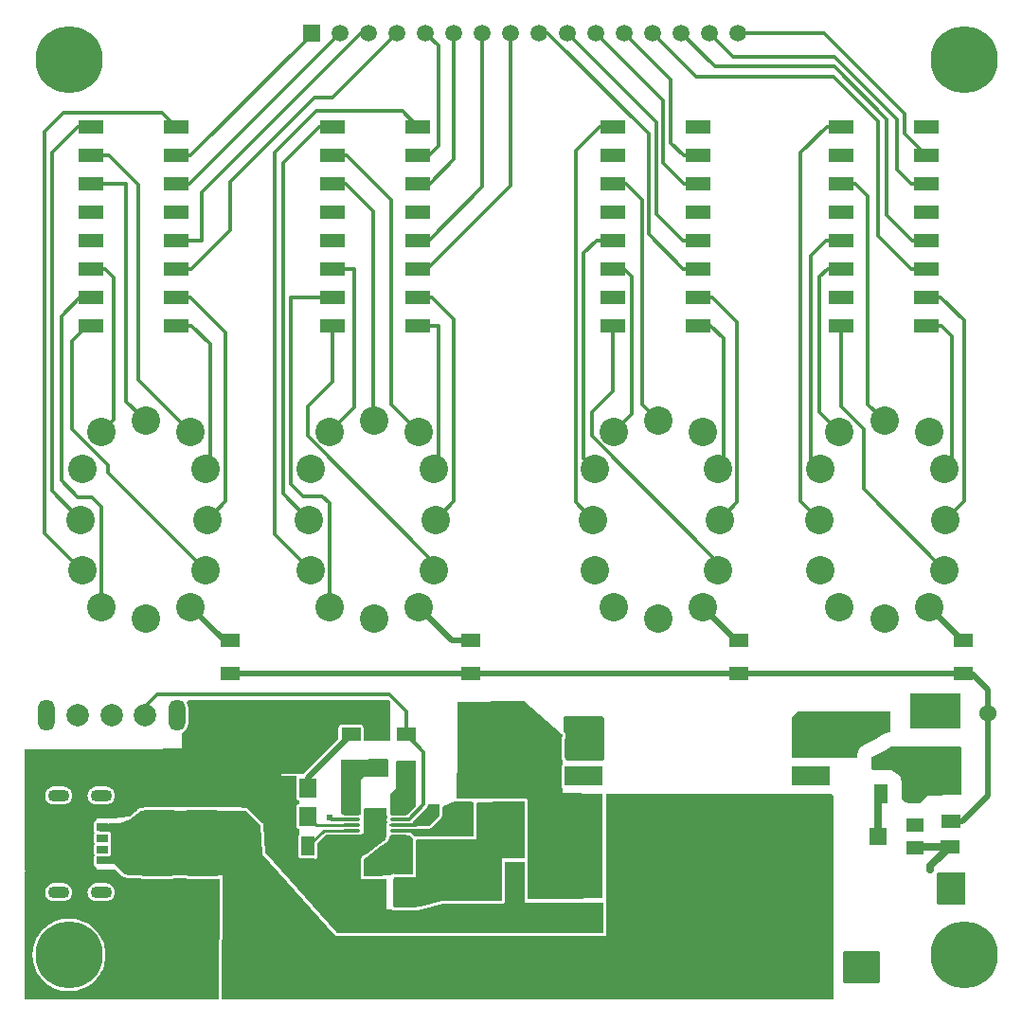
<source format=gtl>
G04 Layer: TopLayer*
G04 EasyEDA v6.5.34, 2023-09-21 21:59:44*
G04 1037e3338c1a49738aad6bad4f376bef,8e72fd04a6c14d66a7e837eb9aaabff2,10*
G04 Gerber Generator version 0.2*
G04 Scale: 100 percent, Rotated: No, Reflected: No *
G04 Dimensions in millimeters *
G04 leading zeros omitted , absolute positions ,4 integer and 5 decimal *
%FSLAX45Y45*%
%MOMM*%

%AMMACRO1*21,1,$1,$2,0,0,$3*%
%ADD10C,0.5000*%
%ADD11C,0.7000*%
%ADD12C,0.3000*%
%ADD13C,0.2540*%
%ADD14MACRO1,1.728X1.485X90.0000*%
%ADD15MACRO1,1.728X1.485X0.0000*%
%ADD16R,1.7280X1.4850*%
%ADD17MACRO1,1.728X1.485X-90.0000*%
%ADD18R,1.7201X1.1199*%
%ADD19R,3.4300X1.7900*%
%ADD20R,6.0000X6.5000*%
%ADD21R,1.6000X3.0000*%
%ADD22MACRO1,1.6002X3.0023X0.0000*%
%ADD23MACRO1,1.701X1.2075X0.0000*%
%ADD24R,1.7010X1.2075*%
%ADD25MACRO1,1.701X1.2075X90.0000*%
%ADD26R,1.6000X1.6000*%
%ADD27R,1.5000X1.1999*%
%ADD28O,1.620012X0.2800096*%
%ADD29R,1.8300X2.1000*%
%ADD30R,1.6000X3.5000*%
%ADD31MACRO1,2.7X1.635X0.0000*%
%ADD32R,2.7000X1.6350*%
%ADD33R,1.0000X0.8000*%
%ADD34R,1.0000X0.7000*%
%ADD35C,1.5240*%
%ADD36C,2.5400*%
%ADD37O,1.499997X2.7999944*%
%ADD38C,2.0000*%
%ADD39R,1.4999X1.4999*%
%ADD40C,1.4999*%
%ADD41R,2.1819X1.2116*%
%ADD42O,1.8999962X1.0999978000000001*%
%ADD43C,6.0000*%
%ADD44C,0.6100*%
%ADD45C,0.6200*%
%ADD46C,0.0137*%

%LPD*%
G36*
X7530134Y2020011D02*
G01*
X7526223Y2020773D01*
X7522921Y2022957D01*
X7520736Y2026259D01*
X7519974Y2030171D01*
X7519974Y2329840D01*
X7520736Y2333701D01*
X7522921Y2337003D01*
X7526223Y2339238D01*
X7530134Y2340000D01*
X7959801Y2340000D01*
X7963662Y2339238D01*
X7966964Y2337003D01*
X7969199Y2333701D01*
X7969961Y2329840D01*
X7969961Y2030171D01*
X7969199Y2026259D01*
X7966964Y2022957D01*
X7963662Y2020773D01*
X7959801Y2020011D01*
G37*

%LPD*%
G36*
X6470142Y1760016D02*
G01*
X6466230Y1760778D01*
X6462928Y1762963D01*
X6460744Y1766265D01*
X6459982Y1770176D01*
X6459982Y2115769D01*
X6460744Y2119680D01*
X6462928Y2122982D01*
X6516979Y2177034D01*
X6520281Y2179218D01*
X6524193Y2179980D01*
X7329779Y2179980D01*
X7333691Y2179218D01*
X7336993Y2177034D01*
X7339177Y2173732D01*
X7339939Y2169820D01*
X7339939Y1997049D01*
X7339228Y1993290D01*
X7337196Y1990089D01*
X7334097Y1987854D01*
X7330389Y1986889D01*
X7325055Y1986584D01*
X7309866Y1983892D01*
X7295184Y1979371D01*
X7281062Y1973072D01*
X7269022Y1965960D01*
X7215936Y1930654D01*
X7129576Y1888947D01*
X7124039Y1887067D01*
X7109968Y1880768D01*
X7096810Y1872792D01*
X7084669Y1863293D01*
X7073798Y1852422D01*
X7064298Y1840280D01*
X7056323Y1827123D01*
X7050024Y1813102D01*
X7045452Y1798370D01*
X7042658Y1783232D01*
X7041845Y1769567D01*
X7040880Y1765858D01*
X7038644Y1762760D01*
X7035444Y1760728D01*
X7031685Y1760016D01*
G37*

%LPD*%
G36*
X4446016Y1740001D02*
G01*
X4442155Y1740763D01*
X4438853Y1742948D01*
X4436668Y1746250D01*
X4435856Y1750161D01*
X4435856Y1969516D01*
X4435398Y1974748D01*
X4433620Y1980387D01*
X4430725Y1985365D01*
X4426407Y1990039D01*
X4423511Y1992528D01*
X4420870Y1995982D01*
X4419955Y2000199D01*
X4419955Y2119833D01*
X4420717Y2123744D01*
X4422952Y2126996D01*
X4426254Y2129231D01*
X4430115Y2129993D01*
X4769815Y2129993D01*
X4773676Y2129231D01*
X4776978Y2126996D01*
X4779213Y2123744D01*
X4779975Y2119833D01*
X4779975Y1750161D01*
X4779213Y1746250D01*
X4776978Y1742948D01*
X4773676Y1740763D01*
X4769815Y1740001D01*
G37*

%LPD*%
G36*
X7479436Y1359357D02*
G01*
X7475575Y1360170D01*
X7472273Y1362354D01*
X7448245Y1386382D01*
X7446009Y1389684D01*
X7445248Y1393596D01*
X7445248Y1524101D01*
X7444282Y1539798D01*
X7441539Y1554937D01*
X7436967Y1569618D01*
X7430617Y1583690D01*
X7422642Y1596847D01*
X7413142Y1608988D01*
X7402271Y1619859D01*
X7390180Y1629359D01*
X7376972Y1637334D01*
X7362952Y1643634D01*
X7348270Y1648206D01*
X7333081Y1651000D01*
X7317435Y1651965D01*
X7197293Y1651965D01*
X7188098Y1651406D01*
X7183881Y1652016D01*
X7180275Y1654352D01*
X7178192Y1656384D01*
X7176008Y1659686D01*
X7175246Y1663598D01*
X7175246Y1763014D01*
X7175957Y1766722D01*
X7177938Y1769922D01*
X7180986Y1772157D01*
X7280249Y1820214D01*
X7337399Y1858264D01*
X7340092Y1859534D01*
X7343038Y1859991D01*
X7515250Y1859381D01*
X7961020Y1859381D01*
X7964931Y1858619D01*
X7968234Y1856384D01*
X7972247Y1852371D01*
X7974482Y1849069D01*
X7975244Y1845157D01*
X7975244Y1439519D01*
X7974482Y1435658D01*
X7972247Y1432356D01*
X7968945Y1430172D01*
X7965084Y1429359D01*
X7806232Y1429359D01*
X7804505Y1428699D01*
X7798206Y1422349D01*
X7794904Y1420164D01*
X7791043Y1419402D01*
X7676235Y1419402D01*
X7674508Y1418691D01*
X7618222Y1362354D01*
X7614920Y1360170D01*
X7611008Y1359357D01*
G37*

%LPD*%
G36*
X2877769Y1251153D02*
G01*
X2873552Y1251610D01*
X2869946Y1253744D01*
X2867456Y1257147D01*
X2866593Y1261262D01*
X2866593Y1427734D01*
X2867355Y1431645D01*
X2869590Y1434947D01*
X2916682Y1482039D01*
X2917393Y1483766D01*
X2917393Y1717192D01*
X2918155Y1721053D01*
X2920390Y1724355D01*
X2926486Y1730451D01*
X2929737Y1732635D01*
X2933598Y1733448D01*
X3088335Y1734057D01*
X3092246Y1733296D01*
X3095548Y1731060D01*
X3097784Y1727758D01*
X3098546Y1723898D01*
X3098546Y1337310D01*
X3097834Y1333601D01*
X3095802Y1330401D01*
X3027172Y1256741D01*
X3023870Y1254404D01*
X3019907Y1253540D01*
X2946857Y1252423D01*
X2937611Y1251407D01*
X2880461Y1251407D01*
G37*

%LPD*%
G36*
X3048965Y1152398D02*
G01*
X3044698Y1153312D01*
X3041243Y1155954D01*
X3039160Y1159814D01*
X3038906Y1164183D01*
X3040532Y1168247D01*
X3043682Y1171244D01*
X3047796Y1172667D01*
X3050895Y1173022D01*
X3058617Y1175512D01*
X3065475Y1179322D01*
X3072587Y1185468D01*
X3199536Y1321714D01*
X3204718Y1328521D01*
X3208223Y1335684D01*
X3210052Y1342440D01*
X3212033Y1346352D01*
X3215538Y1349044D01*
X3219856Y1350010D01*
X3299815Y1350010D01*
X3303676Y1349248D01*
X3306978Y1347012D01*
X3309213Y1343710D01*
X3309975Y1339850D01*
X3309975Y1254150D01*
X3309213Y1250289D01*
X3307029Y1247038D01*
X3216859Y1155446D01*
X3213557Y1153210D01*
X3209645Y1152398D01*
G37*

%LPD*%
G36*
X2873095Y1150670D02*
G01*
X2868828Y1151178D01*
X2865170Y1153363D01*
X2862681Y1156868D01*
X2861970Y1162507D01*
X2862935Y1166520D01*
X2865374Y1169822D01*
X2868980Y1171854D01*
X2873095Y1172311D01*
X2880258Y1171600D01*
X2884322Y1170330D01*
X2887472Y1167485D01*
X2889199Y1163624D01*
X2889199Y1159357D01*
X2887472Y1155496D01*
X2884322Y1152702D01*
X2880258Y1151382D01*
G37*

%LPD*%
G36*
X3096564Y1055471D02*
G01*
X3093516Y1055573D01*
X3090672Y1056589D01*
X3088233Y1058367D01*
X3058515Y1088136D01*
X3053740Y1091895D01*
X3048508Y1094435D01*
X3043021Y1095705D01*
X3036011Y1095908D01*
X3031540Y1097076D01*
X3027019Y1100582D01*
X3025190Y1104544D01*
X3025241Y1108913D01*
X3027070Y1112875D01*
X3030423Y1115720D01*
X3034639Y1116838D01*
X3213303Y1125169D01*
X3218180Y1125829D01*
X3223768Y1127760D01*
X3228898Y1131011D01*
X3231235Y1133094D01*
X3328263Y1231646D01*
X3332022Y1236421D01*
X3334461Y1241653D01*
X3335731Y1247343D01*
X3335883Y1250238D01*
X3335883Y1316736D01*
X3336645Y1320647D01*
X3338880Y1323949D01*
X3342182Y1326184D01*
X3448151Y1369263D01*
X3451961Y1369974D01*
X3593998Y1369974D01*
X3598062Y1369161D01*
X3601465Y1366723D01*
X3603599Y1363116D01*
X3604107Y1358646D01*
X3612946Y1066393D01*
X3612286Y1062380D01*
X3610101Y1058976D01*
X3606749Y1056690D01*
X3602786Y1055878D01*
X3100527Y1055878D01*
G37*

%LPD*%
G36*
X2640126Y709980D02*
G01*
X2636215Y710742D01*
X2632964Y712978D01*
X2630728Y716280D01*
X2629966Y720140D01*
X2629966Y844550D01*
X2630525Y847801D01*
X2632049Y850747D01*
X2634488Y852982D01*
X2660243Y870203D01*
X2790037Y970026D01*
X2830220Y1000252D01*
X2849321Y1019302D01*
X2850337Y1020927D01*
X2867406Y1063599D01*
X2869590Y1066952D01*
X2872892Y1069187D01*
X2876854Y1070000D01*
X3035757Y1070000D01*
X3039668Y1069238D01*
X3042970Y1067003D01*
X3071266Y1038707D01*
X3073044Y1036269D01*
X3074060Y1033424D01*
X3074060Y736041D01*
X3073298Y732180D01*
X3071114Y728878D01*
X3067812Y726694D01*
X3063900Y725881D01*
X2900527Y725881D01*
X2894228Y725170D01*
X2888742Y723290D01*
X2883865Y720191D01*
X2879750Y716127D01*
X2876651Y712216D01*
X2873654Y710539D01*
X2870301Y709980D01*
G37*

%LPD*%
G36*
X4110126Y499973D02*
G01*
X4106265Y500786D01*
X4102963Y502970D01*
X4100728Y506272D01*
X4099966Y510133D01*
X4099966Y1388973D01*
X4099255Y1390700D01*
X4090670Y1399286D01*
X4088942Y1399997D01*
X3474161Y1399997D01*
X3470300Y1400759D01*
X3466998Y1402994D01*
X3462934Y1407007D01*
X3460750Y1410309D01*
X3459987Y1414221D01*
X3459987Y1615795D01*
X3460750Y1619656D01*
X3462934Y1622958D01*
X3469284Y1629308D01*
X3469944Y1630984D01*
X3469944Y2249982D01*
X3470706Y2253843D01*
X3472891Y2257145D01*
X3476142Y2259330D01*
X3479952Y2260142D01*
X4056126Y2269947D01*
X4059732Y2269337D01*
X4062882Y2267508D01*
X4406442Y1973021D01*
X4409033Y1969566D01*
X4409948Y1965248D01*
X4409948Y1958644D01*
X4409541Y1955850D01*
X4408373Y1953260D01*
X4404664Y1947418D01*
X4402785Y1941931D01*
X4402074Y1935632D01*
X4402074Y1757781D01*
X4402785Y1751431D01*
X4404664Y1745996D01*
X4408424Y1740103D01*
X4409592Y1737461D01*
X4409948Y1734667D01*
X4409948Y1708657D01*
X4409541Y1705864D01*
X4408373Y1703273D01*
X4404664Y1697380D01*
X4402785Y1691944D01*
X4402074Y1685594D01*
X4402074Y1507744D01*
X4402785Y1501444D01*
X4404664Y1495958D01*
X4408424Y1490065D01*
X4409541Y1487474D01*
X4409948Y1484680D01*
X4409948Y1451000D01*
X4410913Y1449984D01*
X4760112Y1440281D01*
X4763871Y1439418D01*
X4767072Y1437182D01*
X4769205Y1433931D01*
X4769967Y1430121D01*
X4769967Y519887D01*
X4769205Y516026D01*
X4767072Y512775D01*
X4763922Y510590D01*
X4760112Y509727D01*
X4430115Y499973D01*
G37*

%LPD*%
G36*
X7770114Y449986D02*
G01*
X7766253Y450748D01*
X7762951Y452983D01*
X7760716Y456285D01*
X7759953Y460146D01*
X7759953Y729843D01*
X7760716Y733704D01*
X7762951Y737006D01*
X7766253Y739241D01*
X7770114Y740003D01*
X7999780Y740003D01*
X8003692Y739241D01*
X8006994Y737006D01*
X8009178Y733704D01*
X8009940Y729843D01*
X8009940Y460146D01*
X8009178Y456285D01*
X8006994Y452983D01*
X8003692Y450748D01*
X7999780Y449986D01*
G37*

%LPD*%
G36*
X2914192Y420014D02*
G01*
X2910281Y420776D01*
X2906979Y422960D01*
X2902915Y427024D01*
X2900730Y430326D01*
X2899968Y434187D01*
X2899968Y681431D01*
X2900730Y685292D01*
X2902966Y688594D01*
X2906268Y690829D01*
X2910128Y691591D01*
X3074466Y691591D01*
X3080766Y692302D01*
X3086252Y694182D01*
X3092094Y697890D01*
X3095447Y699262D01*
X3099816Y700125D01*
X3099968Y701040D01*
X3100070Y710590D01*
X3100933Y718058D01*
X3100933Y837641D01*
X3099968Y846378D01*
X3099968Y1019810D01*
X3100730Y1023721D01*
X3102965Y1027023D01*
X3106267Y1029208D01*
X3110128Y1029969D01*
X3638905Y1029969D01*
X3639921Y1030986D01*
X3639210Y1054963D01*
X3639769Y1058621D01*
X3641344Y1063142D01*
X3642055Y1069441D01*
X3642055Y1350568D01*
X3642817Y1354378D01*
X3644900Y1357630D01*
X3648100Y1359865D01*
X3651859Y1360728D01*
X3919778Y1369974D01*
X4059783Y1369974D01*
X4063695Y1369212D01*
X4066997Y1367028D01*
X4069181Y1363726D01*
X4069943Y1359814D01*
X4069994Y870305D01*
X4069079Y866190D01*
X4066590Y862736D01*
X4062882Y860653D01*
X4058665Y860247D01*
X4052773Y860907D01*
X3893921Y860907D01*
X3885336Y859993D01*
X3870960Y859993D01*
X3869994Y858977D01*
X3869994Y847699D01*
X3869385Y844346D01*
X3868165Y840740D01*
X3867454Y834440D01*
X3867454Y490169D01*
X3866642Y486257D01*
X3864457Y482955D01*
X3861155Y480771D01*
X3857294Y480009D01*
X3340608Y480009D01*
X3339388Y479856D01*
X3139440Y429920D01*
X3069234Y420014D01*
G37*

%LPD*%
G36*
X6930136Y-249986D02*
G01*
X6926224Y-249224D01*
X6922922Y-247040D01*
X6920738Y-243738D01*
X6919975Y-239826D01*
X6919975Y19862D01*
X6920738Y23723D01*
X6922922Y27025D01*
X6926224Y29209D01*
X6930136Y30022D01*
X7239812Y30022D01*
X7243673Y29209D01*
X7246975Y27025D01*
X7249210Y23723D01*
X7249972Y19862D01*
X7249972Y-235813D01*
X7249210Y-239674D01*
X7246975Y-242976D01*
X7242911Y-247040D01*
X7239660Y-249224D01*
X7235748Y-249986D01*
G37*

%LPD*%
G36*
X1370228Y-399999D02*
G01*
X1366316Y-399237D01*
X1363014Y-397002D01*
X1360830Y-393649D01*
X1360068Y-389737D01*
X1369974Y649935D01*
X1369974Y709015D01*
X1369263Y710641D01*
X528878Y710641D01*
X525018Y711403D01*
X521716Y713587D01*
X515416Y719886D01*
X513689Y720598D01*
X498906Y720598D01*
X494995Y721410D01*
X491693Y723595D01*
X405384Y809904D01*
X403707Y810615D01*
X287883Y810158D01*
X283972Y810920D01*
X280670Y813104D01*
X278434Y816406D01*
X277672Y820318D01*
X277672Y869848D01*
X278434Y873709D01*
X280670Y877011D01*
X283921Y879195D01*
X287832Y880008D01*
X348996Y880008D01*
X353822Y882446D01*
X359867Y884529D01*
X364744Y887628D01*
X368858Y891743D01*
X371957Y896619D01*
X373837Y902106D01*
X374548Y908405D01*
X374548Y977239D01*
X373837Y983589D01*
X371805Y989482D01*
X371195Y992835D01*
X371805Y996187D01*
X373837Y1002080D01*
X374548Y1008380D01*
X374548Y1077264D01*
X373837Y1083564D01*
X371957Y1089050D01*
X368858Y1093927D01*
X364744Y1098042D01*
X359867Y1101140D01*
X354380Y1103020D01*
X348081Y1103731D01*
X299872Y1103833D01*
X253593Y1109522D01*
X250088Y1110589D01*
X247243Y1112875D01*
X245364Y1116025D01*
X244703Y1119581D01*
X244703Y1160932D01*
X245414Y1164691D01*
X247497Y1167942D01*
X250647Y1170178D01*
X254355Y1171092D01*
X453999Y1180592D01*
X455371Y1180846D01*
X543814Y1210310D01*
X545388Y1211173D01*
X641908Y1288389D01*
X644906Y1290066D01*
X648258Y1290624D01*
X1534515Y1290624D01*
X1537665Y1290015D01*
X1575765Y1290015D01*
X1579626Y1289202D01*
X1582928Y1287018D01*
X1707337Y1162659D01*
X1709369Y1159713D01*
X1710283Y1156258D01*
X1729892Y900988D01*
X1730400Y899515D01*
X2379218Y170840D01*
X2380996Y169976D01*
X4798974Y169976D01*
X4799990Y170992D01*
X4799990Y1429816D01*
X4800752Y1433728D01*
X4802936Y1437030D01*
X4806238Y1439214D01*
X4810150Y1439976D01*
X6805777Y1439976D01*
X6809638Y1439214D01*
X6812940Y1437030D01*
X6826961Y1422958D01*
X6829196Y1419656D01*
X6829958Y1415796D01*
X6829958Y-389839D01*
X6829196Y-393750D01*
X6827012Y-397052D01*
X6823709Y-399237D01*
X6819798Y-399999D01*
G37*

%LPD*%
G36*
X-389839Y-399999D02*
G01*
X-393750Y-399237D01*
X-397052Y-397052D01*
X-399237Y-393750D01*
X-399999Y-389839D01*
X-399999Y740003D01*
X-399237Y743864D01*
X-397103Y747115D01*
X-393852Y749350D01*
X-389686Y750163D01*
X-393649Y750874D01*
X-397002Y753059D01*
X-399237Y756412D01*
X-399999Y760323D01*
X-399999Y1829816D01*
X-399237Y1833727D01*
X-397052Y1837029D01*
X-393750Y1839214D01*
X-389839Y1839975D01*
X669950Y1839975D01*
X1010005Y1842770D01*
X1010005Y1978609D01*
X1010513Y1981911D01*
X1012088Y1984806D01*
X1014526Y1987092D01*
X1026414Y1994966D01*
X1036319Y2003653D01*
X1045006Y2013559D01*
X1052322Y2024532D01*
X1058164Y2036368D01*
X1062431Y2048865D01*
X1064971Y2061819D01*
X1065885Y2075332D01*
X1065885Y2204669D01*
X1064971Y2218182D01*
X1062431Y2231085D01*
X1058164Y2243582D01*
X1053287Y2253538D01*
X1052220Y2257602D01*
X1052931Y2261717D01*
X1055217Y2265222D01*
X1067003Y2277008D01*
X1070305Y2279192D01*
X1074166Y2280005D01*
X2848051Y2280005D01*
X2851912Y2279192D01*
X2855214Y2277008D01*
X2866999Y2265222D01*
X2869184Y2261920D01*
X2869996Y2258060D01*
X2869996Y1920138D01*
X2869184Y1916277D01*
X2866999Y1912975D01*
X2863697Y1910740D01*
X2859836Y1909978D01*
X2641193Y1909978D01*
X2637332Y1910740D01*
X2634030Y1912975D01*
X2631795Y1916277D01*
X2631033Y1920138D01*
X2631033Y2029561D01*
X2630322Y2035911D01*
X2628442Y2041347D01*
X2625344Y2046274D01*
X2621229Y2050338D01*
X2616352Y2053437D01*
X2610866Y2055368D01*
X2604566Y2056079D01*
X2435606Y2056079D01*
X2429306Y2055368D01*
X2423820Y2053437D01*
X2418943Y2050338D01*
X2414828Y2046274D01*
X2411730Y2041347D01*
X2409850Y2035911D01*
X2409139Y2029561D01*
X2409139Y1935022D01*
X2408377Y1931111D01*
X2406142Y1927809D01*
X2101291Y1622958D01*
X2097989Y1620774D01*
X2094128Y1620012D01*
X1899970Y1620012D01*
X1899970Y1599996D01*
X2025091Y1599996D01*
X2028901Y1599285D01*
X2032152Y1597152D01*
X2034387Y1594053D01*
X2035251Y1590294D01*
X2034692Y1586484D01*
X2033778Y1583842D01*
X2033066Y1577543D01*
X2033066Y1405890D01*
X2033778Y1399540D01*
X2035708Y1394104D01*
X2038756Y1389176D01*
X2042871Y1385112D01*
X2047748Y1382014D01*
X2053183Y1380134D01*
X2056739Y1378000D01*
X2059127Y1374597D01*
X2059990Y1370533D01*
X2059990Y1358849D01*
X2059127Y1354785D01*
X2056739Y1351432D01*
X2053183Y1349298D01*
X2047748Y1347368D01*
X2042871Y1344320D01*
X2038756Y1340205D01*
X2035708Y1335328D01*
X2033778Y1329842D01*
X2033066Y1323543D01*
X2033066Y1151890D01*
X2033778Y1145540D01*
X2035708Y1140104D01*
X2038756Y1135176D01*
X2042871Y1131112D01*
X2047748Y1128014D01*
X2053183Y1126134D01*
X2056739Y1124000D01*
X2059127Y1120597D01*
X2059990Y1116533D01*
X2059990Y1082395D01*
X2059228Y1078484D01*
X2056993Y1075182D01*
X2053996Y1072184D01*
X2050897Y1067257D01*
X2048967Y1061821D01*
X2048256Y1055471D01*
X2048256Y886510D01*
X2048967Y880211D01*
X2050897Y874725D01*
X2053996Y869848D01*
X2058060Y865733D01*
X2062988Y862685D01*
X2068423Y860755D01*
X2074773Y860044D01*
X2197506Y859942D01*
X2200402Y858926D01*
X2202840Y857148D01*
X2209850Y850341D01*
X2210003Y860450D01*
X2210765Y864362D01*
X2212949Y867664D01*
X2215134Y869848D01*
X2218232Y874725D01*
X2220112Y880211D01*
X2220823Y886510D01*
X2220823Y996645D01*
X2221636Y1000556D01*
X2223820Y1003858D01*
X2289911Y1069898D01*
X2293162Y1072083D01*
X2297074Y1072896D01*
X2447137Y1072896D01*
X2450185Y1072388D01*
X2458466Y1071575D01*
X2591460Y1071575D01*
X2599740Y1072388D01*
X2607259Y1074674D01*
X2614930Y1078788D01*
X2617266Y1079703D01*
X2619705Y1080008D01*
X2629001Y1080008D01*
X2629966Y1080973D01*
X2629966Y1098600D01*
X2631084Y1103731D01*
X2631846Y1111504D01*
X2631084Y1119276D01*
X2629966Y1124407D01*
X2629966Y1148588D01*
X2631084Y1153718D01*
X2631846Y1161491D01*
X2631084Y1169263D01*
X2629966Y1174394D01*
X2629966Y1198575D01*
X2631084Y1203706D01*
X2631846Y1211478D01*
X2631084Y1219301D01*
X2629966Y1224432D01*
X2629966Y1232611D01*
X2630373Y1235405D01*
X2632252Y1239215D01*
X2634183Y1244650D01*
X2634894Y1250950D01*
X2634894Y1299819D01*
X2635656Y1303731D01*
X2637891Y1307033D01*
X2641142Y1309217D01*
X2645054Y1309979D01*
X2830525Y1309979D01*
X2834436Y1309217D01*
X2837738Y1307033D01*
X2839923Y1303731D01*
X2840685Y1299819D01*
X2840685Y1267764D01*
X2840126Y1261516D01*
X2840685Y1255572D01*
X2840888Y1249121D01*
X2842158Y1243584D01*
X2844393Y1238910D01*
X2845511Y1235710D01*
X2845511Y1232357D01*
X2844444Y1229207D01*
X2843174Y1226769D01*
X2840888Y1219301D01*
X2840126Y1211478D01*
X2840888Y1203706D01*
X2843377Y1195578D01*
X2843733Y1191717D01*
X2841955Y1186586D01*
X2837992Y1176426D01*
X2836468Y1170533D01*
X2836164Y1167231D01*
X2835808Y1150416D01*
X2836722Y1145082D01*
X2836824Y1142542D01*
X2836265Y1140053D01*
X2834792Y1135735D01*
X2834081Y1129436D01*
X2834081Y1090574D01*
X2834792Y1084224D01*
X2836672Y1078788D01*
X2839262Y1074674D01*
X2840583Y1071575D01*
X2840736Y1067765D01*
X2840075Y1065022D01*
X2828645Y1036472D01*
X2826410Y1033068D01*
X2812389Y1019200D01*
X2774137Y990498D01*
X2667203Y908303D01*
X2620822Y880516D01*
X2619959Y879246D01*
X2618994Y875995D01*
X2617012Y873252D01*
X2609748Y866089D01*
X2606700Y861212D01*
X2604770Y855726D01*
X2604058Y849426D01*
X2604058Y710539D01*
X2604770Y704240D01*
X2606700Y698754D01*
X2611729Y691032D01*
X2612644Y687730D01*
X2612339Y684276D01*
X2610307Y680110D01*
X2626664Y679907D01*
X2634132Y679094D01*
X2805785Y679094D01*
X2814421Y680008D01*
X2825750Y680008D01*
X2829661Y679196D01*
X2832963Y677011D01*
X2836976Y672947D01*
X2839212Y669696D01*
X2839974Y665784D01*
X2839974Y410972D01*
X2840888Y409956D01*
X2877820Y408635D01*
X2881528Y407822D01*
X2884678Y405688D01*
X2888792Y401523D01*
X2893771Y398373D01*
X2901238Y395579D01*
X2907080Y394258D01*
X2910230Y394106D01*
X3069590Y394106D01*
X3074009Y394411D01*
X3113633Y400050D01*
X3120745Y400202D01*
X3127197Y401980D01*
X3143402Y404317D01*
X3146501Y404926D01*
X3341928Y453796D01*
X3344418Y454101D01*
X3869385Y454101D01*
X3875735Y454812D01*
X3881170Y456692D01*
X3886098Y459790D01*
X3890162Y463905D01*
X3893261Y468782D01*
X3895191Y474218D01*
X3895902Y480568D01*
X3895902Y823925D01*
X3896664Y827836D01*
X3898849Y831087D01*
X3902151Y833323D01*
X3906062Y834085D01*
X4059834Y834085D01*
X4063695Y833323D01*
X4066997Y831087D01*
X4069181Y827836D01*
X4069994Y823925D01*
X4069994Y471017D01*
X4070959Y470001D01*
X4763922Y470001D01*
X4767783Y469239D01*
X4771085Y467004D01*
X4773269Y463702D01*
X4774082Y459841D01*
X4774082Y206044D01*
X4773269Y202184D01*
X4771085Y198882D01*
X4767783Y196697D01*
X4763922Y195884D01*
X2396134Y195884D01*
X2392019Y196799D01*
X2388565Y199288D01*
X1757425Y908151D01*
X1755648Y910894D01*
X1754886Y914095D01*
X1735836Y1161440D01*
X1734667Y1167688D01*
X1732381Y1172870D01*
X1727809Y1178763D01*
X1598472Y1308100D01*
X1593748Y1311910D01*
X1588516Y1314450D01*
X1582877Y1315720D01*
X1579676Y1315923D01*
X1550162Y1315923D01*
X1547317Y1316177D01*
X1544574Y1316888D01*
X1539290Y1319987D01*
X699465Y1319885D01*
X686155Y1317244D01*
X684174Y1317040D01*
X666496Y1317040D01*
X661314Y1316532D01*
X645261Y1316532D01*
X638911Y1315821D01*
X633476Y1313891D01*
X628091Y1310538D01*
X618947Y1303172D01*
X615035Y1301242D01*
X611327Y1300327D01*
X608990Y1299006D01*
X589686Y1279804D01*
X540156Y1240129D01*
X537768Y1238758D01*
X535127Y1237996D01*
X400659Y1220063D01*
X251002Y1220012D01*
X249986Y1218996D01*
X249986Y1212697D01*
X249123Y1208633D01*
X246735Y1205280D01*
X243179Y1203147D01*
X237439Y1201115D01*
X232562Y1198016D01*
X228447Y1193952D01*
X225348Y1189024D01*
X224028Y1186027D01*
X221386Y1181811D01*
X219506Y1176375D01*
X218795Y1170025D01*
X218795Y1110894D01*
X219456Y1104798D01*
X221284Y1099515D01*
X223723Y1095400D01*
X225145Y1091234D01*
X224586Y1086866D01*
X223469Y1083564D01*
X222758Y1077264D01*
X222758Y1008380D01*
X223469Y1002080D01*
X225501Y996187D01*
X226110Y992835D01*
X225501Y989482D01*
X223469Y983589D01*
X222758Y977239D01*
X222758Y908405D01*
X223469Y902106D01*
X225247Y896975D01*
X225806Y893571D01*
X225196Y890168D01*
X222758Y883361D01*
X222046Y877112D01*
X222046Y813511D01*
X223418Y802132D01*
X225348Y796594D01*
X228447Y791718D01*
X232562Y787603D01*
X237439Y784555D01*
X243179Y782523D01*
X246735Y780389D01*
X249123Y777036D01*
X249986Y772972D01*
X249986Y769975D01*
X249224Y766165D01*
X247040Y762863D01*
X243840Y760679D01*
X240334Y759917D01*
X414477Y759968D01*
X418338Y759206D01*
X421640Y757021D01*
X476148Y702513D01*
X480923Y698703D01*
X486156Y696163D01*
X491642Y694893D01*
X500126Y694690D01*
X503682Y693978D01*
X506780Y691997D01*
X510895Y688695D01*
X516128Y686155D01*
X521766Y684885D01*
X524967Y684733D01*
X638098Y684733D01*
X641451Y684123D01*
X647446Y682040D01*
X653796Y681329D01*
X922629Y681329D01*
X928928Y682040D01*
X934974Y684123D01*
X938326Y684733D01*
X1044498Y684733D01*
X1047851Y684123D01*
X1053846Y682040D01*
X1060196Y681329D01*
X1329029Y681329D01*
X1332788Y681736D01*
X1337005Y681329D01*
X1340662Y679246D01*
X1343202Y675792D01*
X1344066Y671626D01*
X1344066Y650087D01*
X1334160Y-389940D01*
X1333347Y-393801D01*
X1331163Y-397052D01*
X1327861Y-399237D01*
X1324000Y-399999D01*
G37*

%LPC*%
G36*
X6299Y-325831D02*
G01*
X31495Y-324358D01*
X56540Y-320954D01*
X81280Y-315620D01*
X105460Y-308356D01*
X129032Y-299262D01*
X151841Y-288340D01*
X173736Y-275691D01*
X194564Y-261416D01*
X214274Y-245567D01*
X232664Y-228193D01*
X249631Y-209499D01*
X265125Y-189534D01*
X278993Y-168402D01*
X291185Y-146253D01*
X301650Y-123240D01*
X310286Y-99517D01*
X317093Y-75184D01*
X321970Y-50342D01*
X324866Y-25247D01*
X325882Y0D01*
X324866Y25247D01*
X321970Y50342D01*
X317093Y75133D01*
X310286Y99517D01*
X301650Y123240D01*
X291185Y146253D01*
X278993Y168402D01*
X265125Y189484D01*
X249631Y209499D01*
X232664Y228193D01*
X214274Y245516D01*
X194564Y261416D01*
X173736Y275691D01*
X151841Y288340D01*
X129032Y299262D01*
X105460Y308356D01*
X81280Y315569D01*
X56540Y320954D01*
X31495Y324358D01*
X6299Y325831D01*
X-18999Y325323D01*
X-44145Y322884D01*
X-69037Y318516D01*
X-93522Y312216D01*
X-117398Y304038D01*
X-140614Y294030D01*
X-162966Y282244D01*
X-184353Y268732D01*
X-204622Y253644D01*
X-223672Y237032D01*
X-241350Y218998D01*
X-257606Y199644D01*
X-272338Y179070D01*
X-285394Y157429D01*
X-296722Y134874D01*
X-306273Y111455D01*
X-313994Y87376D01*
X-319836Y62788D01*
X-323748Y37846D01*
X-325678Y12649D01*
X-325678Y-12649D01*
X-323748Y-37846D01*
X-319836Y-62788D01*
X-313994Y-87426D01*
X-306273Y-111455D01*
X-296722Y-134874D01*
X-285394Y-157429D01*
X-272338Y-179070D01*
X-257606Y-199644D01*
X-241350Y-218998D01*
X-223672Y-237032D01*
X-204622Y-253695D01*
X-184353Y-268782D01*
X-162966Y-282244D01*
X-140614Y-294030D01*
X-117398Y-304038D01*
X-93522Y-312216D01*
X-69037Y-318516D01*
X-44145Y-322884D01*
X-18999Y-325374D01*
G37*
G36*
X246532Y479907D02*
G01*
X325780Y479907D01*
X337667Y480771D01*
X348945Y483209D01*
X359765Y487273D01*
X369874Y492810D01*
X379120Y499719D01*
X387299Y507847D01*
X394208Y517093D01*
X399745Y527253D01*
X403758Y538073D01*
X406196Y549351D01*
X407060Y560832D01*
X406196Y572363D01*
X403758Y583641D01*
X399745Y594461D01*
X394208Y604570D01*
X387299Y613816D01*
X379120Y621944D01*
X369874Y628904D01*
X359765Y634390D01*
X348945Y638454D01*
X337667Y640892D01*
X325780Y641756D01*
X246532Y641756D01*
X234645Y640892D01*
X223367Y638454D01*
X212547Y634390D01*
X202438Y628904D01*
X193192Y621944D01*
X185013Y613816D01*
X178104Y604570D01*
X172567Y594461D01*
X168554Y583641D01*
X166116Y572363D01*
X165252Y560832D01*
X166116Y549351D01*
X168554Y538073D01*
X172567Y527253D01*
X178104Y517093D01*
X185013Y507847D01*
X193192Y499719D01*
X202438Y492810D01*
X212547Y487273D01*
X223367Y483209D01*
X234645Y480771D01*
G37*
G36*
X-133502Y479907D02*
G01*
X-54203Y479907D01*
X-42316Y480771D01*
X-31038Y483209D01*
X-20269Y487273D01*
X-10109Y492810D01*
X-863Y499719D01*
X7264Y507847D01*
X14173Y517093D01*
X19710Y527253D01*
X23774Y538073D01*
X26212Y549351D01*
X27025Y560832D01*
X26212Y572363D01*
X23774Y583641D01*
X19710Y594461D01*
X14173Y604570D01*
X7264Y613816D01*
X-863Y621944D01*
X-10109Y628904D01*
X-20269Y634390D01*
X-31038Y638454D01*
X-42316Y640892D01*
X-54203Y641756D01*
X-133502Y641756D01*
X-145338Y640892D01*
X-156616Y638454D01*
X-167436Y634390D01*
X-177596Y628904D01*
X-186791Y621944D01*
X-194970Y613816D01*
X-201879Y604570D01*
X-207416Y594461D01*
X-211429Y583641D01*
X-213918Y572363D01*
X-214731Y560832D01*
X-213918Y549351D01*
X-211429Y538073D01*
X-207416Y527253D01*
X-201879Y517093D01*
X-194970Y507847D01*
X-186791Y499719D01*
X-177596Y492810D01*
X-167436Y487273D01*
X-156616Y483209D01*
X-145338Y480771D01*
G37*
G36*
X-133502Y1343914D02*
G01*
X-54203Y1343914D01*
X-42316Y1344777D01*
X-31038Y1347216D01*
X-20269Y1351280D01*
X-10109Y1356766D01*
X-863Y1363726D01*
X7264Y1371854D01*
X14173Y1381099D01*
X19710Y1391208D01*
X23774Y1402029D01*
X26212Y1413306D01*
X27025Y1424838D01*
X26212Y1436319D01*
X23774Y1447596D01*
X19710Y1458417D01*
X14173Y1468577D01*
X7264Y1477822D01*
X-863Y1485950D01*
X-10109Y1492859D01*
X-20269Y1498396D01*
X-31038Y1502460D01*
X-42316Y1504899D01*
X-54203Y1505762D01*
X-133502Y1505762D01*
X-145338Y1504899D01*
X-156616Y1502460D01*
X-167436Y1498396D01*
X-177596Y1492859D01*
X-186791Y1485950D01*
X-194970Y1477822D01*
X-201879Y1468577D01*
X-207416Y1458417D01*
X-211429Y1447596D01*
X-213918Y1436319D01*
X-214731Y1424838D01*
X-213918Y1413306D01*
X-211429Y1402029D01*
X-207416Y1391208D01*
X-201879Y1381099D01*
X-194970Y1371854D01*
X-186791Y1363726D01*
X-177596Y1356766D01*
X-167436Y1351280D01*
X-156616Y1347216D01*
X-145338Y1344777D01*
G37*
G36*
X246532Y1343914D02*
G01*
X325780Y1343914D01*
X337667Y1344777D01*
X348945Y1347216D01*
X359765Y1351280D01*
X369874Y1356766D01*
X379120Y1363726D01*
X387299Y1371854D01*
X394208Y1381099D01*
X399745Y1391208D01*
X403758Y1402029D01*
X406196Y1413306D01*
X407060Y1424838D01*
X406196Y1436319D01*
X403758Y1447596D01*
X399745Y1458417D01*
X394208Y1468577D01*
X387299Y1477822D01*
X379120Y1485950D01*
X369874Y1492859D01*
X359765Y1498396D01*
X348945Y1502460D01*
X337667Y1504899D01*
X325780Y1505762D01*
X246532Y1505762D01*
X234645Y1504899D01*
X223367Y1502460D01*
X212547Y1498396D01*
X202438Y1492859D01*
X193192Y1485950D01*
X185013Y1477822D01*
X178104Y1468577D01*
X172567Y1458417D01*
X168554Y1447596D01*
X166116Y1436319D01*
X165252Y1424838D01*
X166116Y1413306D01*
X168554Y1402029D01*
X172567Y1391208D01*
X178104Y1381099D01*
X185013Y1371854D01*
X193192Y1363726D01*
X202438Y1356766D01*
X212547Y1351280D01*
X223367Y1347216D01*
X234645Y1344777D01*
G37*

%LPD*%
G36*
X2431186Y1745691D02*
G01*
X2431186Y1263091D01*
X2443886Y1250391D01*
X2608986Y1250391D01*
X2608986Y1567891D01*
X2634386Y1593291D01*
X2850286Y1593291D01*
X2850286Y1745691D01*
G37*
D10*
X5989972Y2512128D02*
G01*
X3589977Y2512115D01*
D11*
X7875247Y967252D02*
G01*
X7699976Y791982D01*
X7699976Y760003D01*
X7560256Y959375D02*
G01*
X7568133Y967249D01*
X7875239Y967249D01*
X7257379Y1439390D02*
G01*
X7230254Y1412265D01*
X7230254Y1059388D01*
D10*
X7885193Y1191620D02*
G01*
X7981459Y1191620D01*
X8210059Y1419966D01*
X8210059Y2160122D01*
X8210059Y2160122D02*
G01*
X8210059Y2369926D01*
X8067819Y2512166D01*
X7990095Y2512166D01*
X3589977Y2512115D02*
G01*
X1439994Y2512115D01*
D12*
X7822455Y4339696D02*
G01*
X7890019Y4407006D01*
X7890019Y5529940D01*
X7796293Y5623666D01*
X7663705Y5623666D01*
X7835155Y3890116D02*
G01*
X8000001Y4054962D01*
X8000001Y5669894D01*
X7792229Y5877666D01*
X7663705Y5877666D01*
X5217939Y8239866D02*
G01*
X5608083Y7849976D01*
X6830077Y7849976D01*
X7229873Y7449926D01*
X7229873Y6430116D01*
X7528323Y6131666D01*
X7663705Y6131666D01*
X5471939Y8239866D02*
G01*
X5772167Y7939892D01*
X6839983Y7939892D01*
X7309883Y7469992D01*
X7309883Y6610202D01*
X7534165Y6385666D01*
X7663705Y6385666D01*
X5725939Y8239866D02*
G01*
X5935997Y8030062D01*
X6839983Y8030316D01*
X7400053Y7469992D01*
X7400053Y7019904D01*
X7526291Y6893666D01*
X7663705Y6893666D01*
X5979988Y8239983D02*
G01*
X6749986Y8239983D01*
X7469985Y7519984D01*
X7469985Y7341407D01*
X7663705Y7147686D01*
X7822430Y3440409D02*
G01*
X7099978Y4162861D01*
X7099978Y4699995D01*
X6901705Y4898268D01*
X6901705Y5623686D01*
X6885195Y4672182D02*
G01*
X6709935Y4847442D01*
X6709935Y6060038D01*
X6781563Y6131666D01*
X6901705Y6131666D01*
X6717555Y4339696D02*
G01*
X6629925Y4427072D01*
X6629925Y6250030D01*
X6765815Y6385666D01*
X6901705Y6385666D01*
X7286515Y4771496D02*
G01*
X7139957Y4917800D01*
X7139957Y6779874D01*
X7026165Y6893666D01*
X6901705Y6893666D01*
X6704855Y3890116D02*
G01*
X6540009Y4054962D01*
X6540009Y7170018D01*
X6771657Y7401666D01*
X6901705Y7401666D01*
X2931939Y8239866D02*
G01*
X2352057Y7659984D01*
X2190005Y7659984D01*
X1439943Y6909922D01*
X1439943Y6479900D01*
X1091709Y6131666D01*
X954549Y6131666D01*
X1235219Y3890116D02*
G01*
X1400065Y4054708D01*
X1400065Y5559912D01*
X1082311Y5877666D01*
X954549Y5877666D01*
X4963939Y8239866D02*
G01*
X5379991Y7824068D01*
X5379991Y7259934D01*
X5492259Y7147666D01*
X5619005Y7147666D01*
X4709939Y8239866D02*
G01*
X5309887Y7639918D01*
X5309887Y7080102D01*
X5496323Y6893666D01*
X5619005Y6893666D01*
X4455939Y8239866D02*
G01*
X5249943Y7446116D01*
X5249943Y6620108D01*
X5483877Y6385666D01*
X5619005Y6385666D01*
X5802393Y4339696D02*
G01*
X5849891Y4387194D01*
X5849891Y5510128D01*
X5736353Y5623666D01*
X5619005Y5623666D01*
X5815093Y3890116D02*
G01*
X5970033Y4044802D01*
X5970033Y5659988D01*
X5752355Y5877666D01*
X5619005Y5877666D01*
X4201939Y8239866D02*
G01*
X4280171Y8239866D01*
X5180093Y7340198D01*
X5180093Y6439768D01*
X5488195Y6131666D01*
X5619005Y6131666D01*
X5802444Y3440409D02*
G01*
X5802444Y3507534D01*
X4669983Y4639995D01*
X4669983Y4849995D01*
X4857005Y5037018D01*
X4857005Y5623686D01*
X4865133Y4672182D02*
G01*
X5029979Y4837028D01*
X5029979Y6060038D01*
X4958351Y6131666D01*
X4857005Y6131666D01*
X4697493Y4339696D02*
G01*
X4599957Y4437232D01*
X4599957Y6269842D01*
X4715781Y6385666D01*
X4857005Y6385666D01*
X5266453Y4771496D02*
G01*
X5119895Y4917800D01*
X5119895Y6749902D01*
X4976385Y6893666D01*
X4857005Y6893666D01*
X4684793Y3890116D02*
G01*
X4530107Y4044802D01*
X4530107Y7190084D01*
X4741689Y7401666D01*
X4857005Y7401666D01*
X3185939Y8239866D02*
G01*
X3299985Y8126074D01*
X3299985Y7229962D01*
X3217689Y7147666D01*
X3117105Y7147666D01*
X3439939Y8239866D02*
G01*
X3439939Y7110074D01*
X3223785Y6893666D01*
X3117105Y6893666D01*
X3947939Y8239866D02*
G01*
X3947939Y6877918D01*
X3201687Y6131666D01*
X3117105Y6131666D01*
X3693939Y8239866D02*
G01*
X3693939Y6863948D01*
X3215657Y6385666D01*
X3117105Y6385666D01*
X3275093Y3890116D02*
G01*
X3439939Y4054708D01*
X3439939Y5680054D01*
X3242327Y5877666D01*
X3117105Y5877666D01*
X3262393Y4339696D02*
G01*
X3299985Y4377034D01*
X3299985Y5623666D01*
X3117105Y5623666D01*
X3262444Y3440409D02*
G01*
X3262444Y3507539D01*
X2129988Y4639995D01*
X2129988Y4899995D01*
X2355105Y5125112D01*
X2355105Y5623686D01*
X2355105Y5877666D02*
G01*
X1979947Y5877666D01*
X1979947Y4209902D01*
X2089929Y4099920D01*
X2260363Y4099920D01*
X2325133Y4035150D01*
X2325133Y3107796D01*
X2325133Y4672182D02*
G01*
X2549923Y4896972D01*
X2549923Y6131666D01*
X2355105Y6131666D01*
X2726453Y4771496D02*
G01*
X2720103Y4777846D01*
X2720103Y6650080D01*
X2476263Y6893666D01*
X2355105Y6893666D01*
X3125233Y4672182D02*
G01*
X2879869Y4917546D01*
X2879869Y6750156D01*
X2482359Y7147666D01*
X2355105Y7147666D01*
X2677939Y8239866D02*
G01*
X2609867Y8239866D01*
X1190007Y6820006D01*
X1190007Y6385666D01*
X954549Y6385666D01*
X2423939Y8239866D02*
G01*
X1077739Y6893666D01*
X954549Y6893666D01*
X2169939Y8239866D02*
G01*
X2169939Y8221832D01*
X1081803Y7147666D01*
X954549Y7147666D01*
X2144793Y3890116D02*
G01*
X1910097Y4124812D01*
X1910097Y7081626D01*
X2233185Y7402174D01*
X2355105Y7401666D01*
X2157493Y3440282D02*
G01*
X1839993Y3757782D01*
X1839993Y7170018D01*
X2210071Y7540096D01*
X2978929Y7540096D01*
X3117105Y7401666D01*
X104919Y3890116D02*
G01*
X-150096Y4144878D01*
X-150096Y7169002D01*
X80535Y7401158D01*
X192549Y7401666D01*
X1222519Y3440282D02*
G01*
X350029Y4312772D01*
X350029Y4380082D01*
X29989Y4700122D01*
X29989Y5490062D01*
X164101Y5623666D01*
X192549Y5623666D01*
X285259Y3107796D02*
G01*
X285259Y4004924D01*
X199915Y4090014D01*
X80027Y4090014D01*
X-70086Y4239874D01*
X-70086Y5709010D01*
X96029Y5877158D01*
X192549Y5877666D01*
X1222519Y4339696D02*
G01*
X1260111Y4377034D01*
X1260111Y5459836D01*
X1096281Y5623666D01*
X954549Y5623666D01*
X954549Y7401666D02*
G01*
X826279Y7529936D01*
X-50020Y7529936D01*
X-219946Y7360010D01*
X-219946Y3769974D01*
X109491Y3440282D01*
X117619Y3440282D01*
D10*
X2133363Y1491594D02*
G01*
X2133363Y1583034D01*
X2520205Y1969876D01*
D12*
X3015505Y1969876D02*
G01*
X3015505Y2174600D01*
X2860057Y2330048D01*
X789957Y2330048D01*
X679975Y2220066D01*
X679975Y2140056D01*
D10*
X7989968Y2512110D02*
G01*
X5989972Y2512128D01*
D12*
X2946999Y1111496D02*
G01*
X3428786Y1111496D01*
X3536177Y1218887D01*
X2946999Y1161508D02*
G01*
X3101492Y1161508D01*
X3159986Y1220002D01*
X2947001Y1211496D02*
G01*
X3042315Y1212956D01*
X3169983Y1349992D01*
X3169983Y1349992D02*
G01*
X3169983Y1815203D01*
X3015399Y1969787D01*
X2329985Y1229987D02*
G01*
X2348476Y1211496D01*
X2524998Y1211496D01*
D13*
X2524998Y1161506D02*
G01*
X2209457Y1161506D01*
X2133257Y1237706D01*
X2134572Y971006D02*
G01*
X2275067Y1111493D01*
X2524998Y1111493D01*
D10*
X1439994Y2807873D02*
G01*
X1385084Y2807873D01*
X1085281Y3107677D01*
X3589977Y2807873D02*
G01*
X3425080Y2807873D01*
X3125276Y3107677D01*
X5989972Y2807886D02*
G01*
X5965063Y2807886D01*
X5665271Y3107677D01*
X7989968Y2807868D02*
G01*
X7985076Y2807868D01*
X7685267Y3107677D01*
D12*
X285259Y4672182D02*
G01*
X400067Y4786990D01*
X400067Y6049878D01*
X318279Y6131666D01*
X192549Y6131666D01*
X686579Y4771496D02*
G01*
X510049Y4948026D01*
X510049Y6893666D01*
X192549Y6893666D01*
X1085359Y4672182D02*
G01*
X620031Y5137510D01*
X620031Y6879950D01*
X352315Y7147666D01*
X192549Y7147666D01*
D14*
G01*
X2133252Y1237708D03*
G01*
X1814751Y1237708D03*
D15*
G01*
X2761401Y1675358D03*
D16*
G01*
X2761404Y1993854D03*
D14*
G01*
X2133252Y1491708D03*
G01*
X1814751Y1491708D03*
D15*
G01*
X2719981Y779246D03*
D16*
G01*
X2719976Y460735D03*
D15*
G01*
X7885254Y1780136D03*
D16*
G01*
X7885244Y2098629D03*
D15*
G01*
X7605255Y1780136D03*
D16*
G01*
X7605260Y2098629D03*
D17*
G01*
X6680728Y-99994D03*
G01*
X6999229Y-99994D03*
D18*
G01*
X7255248Y1711888D03*
G01*
X7255248Y2126874D03*
D19*
G01*
X4599475Y1846712D03*
G01*
X4599475Y596701D03*
G01*
X4599475Y1596699D03*
G01*
X4599475Y1346713D03*
G01*
X4599475Y1096700D03*
G01*
X4599475Y846714D03*
G01*
X6630484Y1846712D03*
G01*
X6630484Y1596699D03*
G01*
X6630484Y1346713D03*
G01*
X6630484Y1096700D03*
G01*
X6630484Y846714D03*
G01*
X6630484Y596701D03*
D20*
G01*
X3764678Y1942317D03*
D21*
G01*
X3536180Y1218900D03*
D22*
G01*
X3993205Y1219535D03*
D23*
G01*
X1439989Y2512123D03*
D24*
G01*
X1439994Y2807873D03*
D23*
G01*
X2520101Y1674032D03*
D24*
G01*
X2520104Y1969775D03*
D25*
G01*
X7553131Y1439387D03*
G01*
X7257379Y1439387D03*
D26*
G01*
X7230254Y1059388D03*
D27*
G01*
X7560251Y1159388D03*
G01*
X7560251Y959388D03*
D23*
G01*
X2989981Y777872D03*
D24*
G01*
X2989978Y482122D03*
D25*
G01*
X2134577Y971008D03*
G01*
X1838825Y971008D03*
D23*
G01*
X3589985Y2512123D03*
D24*
G01*
X3589977Y2807873D03*
D23*
G01*
X7885254Y1191511D03*
D24*
G01*
X7885244Y1487251D03*
D23*
G01*
X3015401Y1674032D03*
D24*
G01*
X3015404Y1969775D03*
D23*
G01*
X5989980Y2512123D03*
D24*
G01*
X5989972Y2807873D03*
D23*
G01*
X7989976Y2512123D03*
D24*
G01*
X7989968Y2807873D03*
D23*
G01*
X7875254Y967265D03*
D24*
G01*
X7875262Y671504D03*
D28*
G01*
X2525006Y1261496D03*
G01*
X2525006Y1211483D03*
G01*
X2525006Y1161496D03*
G01*
X2525006Y1111483D03*
G01*
X2525006Y1061496D03*
G01*
X2947001Y1261496D03*
G01*
X2947001Y1211483D03*
G01*
X2947001Y1161496D03*
G01*
X2947001Y1111483D03*
G01*
X2947001Y1061496D03*
D29*
G01*
X2736004Y1161496D03*
D30*
G01*
X3426604Y659998D03*
G01*
X3973365Y659998D03*
D31*
G01*
X800917Y1209387D03*
D32*
G01*
X800930Y1512879D03*
D31*
G01*
X1181917Y1209387D03*
D32*
G01*
X1181930Y1512879D03*
D31*
G01*
X788217Y788987D03*
D32*
G01*
X788230Y485475D03*
D31*
G01*
X1194617Y788987D03*
D32*
G01*
X1194630Y485475D03*
D33*
G01*
X298670Y1262816D03*
D34*
G01*
X298670Y1142827D03*
G01*
X298670Y1042827D03*
G01*
X298670Y942827D03*
G01*
X298670Y842827D03*
D33*
G01*
X298670Y722838D03*
G36*
X247972Y877676D02*
G01*
X251782Y877676D01*
X251782Y812906D01*
X247972Y812906D01*
G37*
D35*
G01*
X8209983Y2159995D03*
G01*
X1700001Y-119999D03*
G01*
X980013Y-119999D03*
D36*
G01*
X686503Y4771369D03*
G01*
X1235143Y3889989D03*
G01*
X1222443Y4339569D03*
G01*
X686503Y3008609D03*
G01*
X1222443Y3440409D03*
G01*
X1085283Y3107669D03*
G01*
X1085283Y4672309D03*
G01*
X285183Y4672309D03*
G01*
X117543Y4339569D03*
G01*
X104843Y3889989D03*
G01*
X117543Y3440409D03*
G01*
X285183Y3107669D03*
G01*
X2726504Y4771369D03*
G01*
X3275144Y3889989D03*
G01*
X3262444Y4339569D03*
G01*
X2726504Y3008609D03*
G01*
X3262444Y3440409D03*
G01*
X3125284Y3107669D03*
G01*
X3125284Y4672309D03*
G01*
X2325184Y4672309D03*
G01*
X2157544Y4339569D03*
G01*
X2144844Y3889989D03*
G01*
X2157544Y3440409D03*
G01*
X2325184Y3107669D03*
G01*
X5266504Y4771369D03*
G01*
X5815144Y3889989D03*
G01*
X5802444Y4339569D03*
G01*
X5266504Y3008609D03*
G01*
X5802444Y3440409D03*
G01*
X5665284Y3107669D03*
G01*
X5665284Y4672309D03*
G01*
X4865184Y4672309D03*
G01*
X4697544Y4339569D03*
G01*
X4684844Y3889989D03*
G01*
X4697544Y3440409D03*
G01*
X4865184Y3107669D03*
G01*
X7286490Y4771369D03*
G01*
X7835130Y3889989D03*
G01*
X7822430Y4339569D03*
G01*
X7286490Y3008609D03*
G01*
X7822430Y3440409D03*
G01*
X7685270Y3107669D03*
G01*
X7685270Y4672309D03*
G01*
X6885170Y4672309D03*
G01*
X6717530Y4339569D03*
G01*
X6704830Y3889989D03*
G01*
X6717530Y3440409D03*
G01*
X6885170Y3107669D03*
D37*
G01*
X-204985Y2140005D03*
G01*
X964989Y2140005D03*
D38*
G01*
X680001Y2140005D03*
G01*
X380001Y2140005D03*
G01*
X80002Y2140005D03*
D39*
G01*
X2169990Y8239993D03*
D40*
G01*
X2423990Y8239993D03*
G01*
X2677990Y8239993D03*
G01*
X2931990Y8239993D03*
G01*
X3185990Y8239993D03*
G01*
X3439990Y8239993D03*
G01*
X3693990Y8239993D03*
G01*
X3947990Y8239993D03*
G01*
X4201990Y8239993D03*
G01*
X4455990Y8239993D03*
G01*
X4709990Y8239993D03*
G01*
X4963990Y8239993D03*
G01*
X5217990Y8239993D03*
G01*
X5471990Y8239993D03*
G01*
X5725990Y8239993D03*
G01*
X5979990Y8239993D03*
D41*
G01*
X192498Y5623692D03*
G01*
X192498Y5877692D03*
G01*
X192498Y6131692D03*
G01*
X192498Y6385692D03*
G01*
X192498Y6639692D03*
G01*
X192498Y6893692D03*
G01*
X192498Y7147692D03*
G01*
X192498Y7401692D03*
G01*
X954498Y7401692D03*
G01*
X954498Y7147692D03*
G01*
X954498Y6893692D03*
G01*
X954498Y6639692D03*
G01*
X954498Y6385692D03*
G01*
X954498Y6131692D03*
G01*
X954498Y5877692D03*
G01*
X954498Y5623692D03*
G01*
X2355105Y5623692D03*
G01*
X2355105Y5877692D03*
G01*
X2355105Y6131692D03*
G01*
X2355105Y6385692D03*
G01*
X2355105Y6639692D03*
G01*
X2355105Y6893692D03*
G01*
X2355105Y7147692D03*
G01*
X2355105Y7401692D03*
G01*
X3117105Y7401692D03*
G01*
X3117105Y7147692D03*
G01*
X3117105Y6893692D03*
G01*
X3117105Y6639692D03*
G01*
X3117105Y6385692D03*
G01*
X3117105Y6131692D03*
G01*
X3117105Y5877692D03*
G01*
X3117105Y5623692D03*
G01*
X4857005Y5623692D03*
G01*
X4857005Y5877692D03*
G01*
X4857005Y6131692D03*
G01*
X4857005Y6385692D03*
G01*
X4857005Y6639692D03*
G01*
X4857005Y6893692D03*
G01*
X4857005Y7147692D03*
G01*
X4857005Y7401692D03*
G01*
X5619005Y7401692D03*
G01*
X5619005Y7147692D03*
G01*
X5619005Y6893692D03*
G01*
X5619005Y6639692D03*
G01*
X5619005Y6385692D03*
G01*
X5619005Y6131692D03*
G01*
X5619005Y5877692D03*
G01*
X5619005Y5623692D03*
G01*
X6901705Y5623692D03*
G01*
X6901705Y5877692D03*
G01*
X6901705Y6131692D03*
G01*
X6901705Y6385692D03*
G01*
X6901705Y6639692D03*
G01*
X6901705Y6893692D03*
G01*
X6901705Y7147692D03*
G01*
X6901705Y7401692D03*
G01*
X7663705Y7401692D03*
G01*
X7663705Y7147692D03*
G01*
X7663705Y6893692D03*
G01*
X7663705Y6639692D03*
G01*
X7663705Y6385692D03*
G01*
X7663705Y6131692D03*
G01*
X7663705Y5877692D03*
G01*
X7663705Y5623692D03*
D42*
G01*
X-93809Y560837D03*
G01*
X-93809Y1424818D03*
G01*
X286199Y560837D03*
G01*
X286199Y1424818D03*
D43*
G01*
X7999976Y5D03*
D44*
G01*
X7999976Y241305D03*
G01*
X7999976Y-228594D03*
G01*
X8241276Y5D03*
G01*
X7758676Y5D03*
G01*
X8165076Y165105D03*
G01*
X7822176Y165105D03*
G01*
X7822176Y-165094D03*
G01*
X8165076Y-165094D03*
D43*
G01*
X-7Y5D03*
D44*
G01*
X-7Y241305D03*
G01*
X-7Y-228594D03*
G01*
X241292Y5D03*
G01*
X-241307Y5D03*
G01*
X165092Y165105D03*
G01*
X-177807Y165105D03*
G01*
X-177807Y-165094D03*
G01*
X165092Y-165094D03*
D43*
G01*
X-7Y7999963D03*
D44*
G01*
X-7Y8241263D03*
G01*
X-7Y7771363D03*
G01*
X241292Y7999963D03*
G01*
X-241307Y7999963D03*
G01*
X165092Y8165063D03*
G01*
X-177807Y8165063D03*
G01*
X-177807Y7834863D03*
G01*
X165092Y7834863D03*
D43*
G01*
X7999976Y7999989D03*
D44*
G01*
X7999976Y8241289D03*
G01*
X7999976Y7771389D03*
G01*
X8241276Y7999989D03*
G01*
X7758676Y7999989D03*
G01*
X8165076Y8165089D03*
G01*
X7822176Y8165089D03*
G01*
X7822176Y7834889D03*
G01*
X8165076Y7834889D03*
D45*
G01*
X1444718Y1100612D03*
G01*
X1444718Y1000612D03*
G01*
X1444718Y900612D03*
G01*
X2329985Y1229974D03*
G01*
X2999986Y1419992D03*
G01*
X3159980Y1219992D03*
G01*
X3239990Y1289994D03*
G01*
X7699976Y759998D03*
G01*
X880000Y280014D03*
G01*
X980000Y280014D03*
G01*
X1080000Y280014D03*
G01*
X899990Y1700001D03*
G01*
X999990Y1700001D03*
G01*
X1099990Y1700001D03*
G01*
X4499983Y2080011D03*
G01*
X4629980Y2080011D03*
G01*
X7609984Y2289992D03*
G01*
X7879986Y2289992D03*
G01*
X7879986Y519993D03*
G01*
X7179988Y-29992D03*
G01*
X7179988Y-150007D03*
G01*
X4099984Y389996D03*
G01*
X4179994Y389996D03*
G01*
X4260004Y389996D03*
G01*
X4339988Y389996D03*
G01*
X4419998Y389996D03*
M02*

</source>
